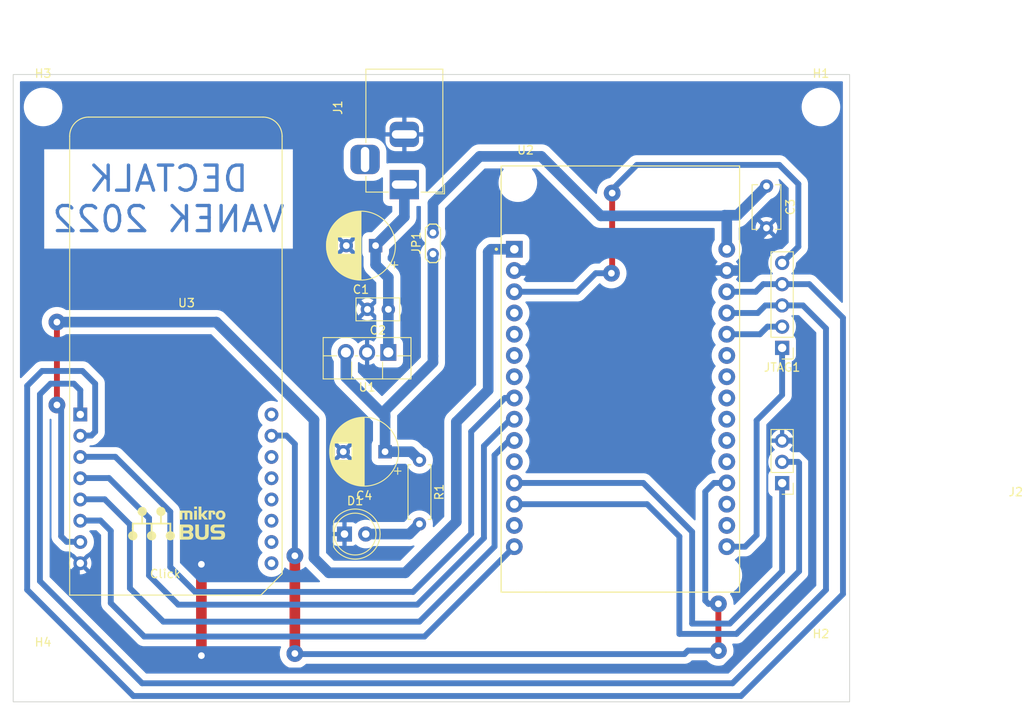
<source format=kicad_pcb>
(kicad_pcb (version 20211014) (generator pcbnew)
  (layers (0 "F.Cu" signal) (31 "B.Cu" signal) (34 "B.Paste" user) (35 "F.Paste" user) (36 "B.SilkS" user "B.Silkscreen") (37 "F.SilkS" user "F.Silkscreen") (38 "B.Mask" user) (39 "F.Mask" user) (44 "Edge.Cuts" user))
  (net 0 "")
  (net 1 "Net-(C1-Pad1)")
  (net 2 "GND")
  (net 3 "Net-(J2-Pad1)")
  (net 4 "Net-(J2-Pad2)")
  (net 5 "+3V3")
  (net 10 "CS")
  (net 11 "SCK")
  (net 12 "SDO")
  (net 15 "SDI")
  (net 16 "Net-(U2-Pad26)")
  (net 19 "RDY")
  (net 26 "MUT")
  (net 27 "RST")
  (net 28 "+5V")
  (net 37 "Net-(U2-Pad16)")
  (net 38 "Net-(JTAG1-Pad5)")
  (net 39 "Net-(D1-Pad2)")
  (net 40 "Net-(C4-Pad1)")
  (footprint "MountingHole:MountingHole_3mm" (layer "F.Cu") (at 50.6 110)
    (fp_text reference "H4" (at 0 -4) (layer "F.SilkS"))
    (fp_text value "MountingHole")
    (pad "" np_thru_hole circle (at 0 0) (size 3 3) (drill 3) (layers *.Cu *.Mask))
  )
  (footprint "MountingHole:MountingHole_3mm" (layer "F.Cu") (at 50.6 42)
    (fp_text reference "H3" (at 0 -4) (layer "F.SilkS"))
    (fp_text value "MountingHole")
    (pad "" np_thru_hole circle (at 0 0) (size 3 3) (drill 3) (layers *.Cu *.Mask))
  )
  (footprint "Connector_BarrelJack:BarrelJack_Horizontal" (layer "F.Cu") (at 93.7955 51.279651 -90)
    (fp_text reference "J1" (at -9.201651 7.9455 90) (layer "F.SilkS"))
    (fp_text value "Barrel_Jack")
    (pad "1" thru_hole rect (at 0 0 270) (size 3.5 3.5) (drill oval 1 3) (layers *.Cu *.Mask) (net 1 "Net-(C1-Pad1)"))
    (pad "2" thru_hole roundrect (at -6 0 270) (size 3 3.5) (drill oval 1 3) (layers *.Cu *.Mask) (net 2 "GND"))
    (pad "3" thru_hole roundrect (at -3 4.7 270) (size 3.5 3.5) (drill oval 3 1) (layers *.Cu *.Mask))
  )
  (footprint "Capacitor_THT:CP_Radial_D8.0mm_P3.50mm" (layer "F.Cu") (at 90.356 58.578 180)
    (fp_text reference "C1" (at 1.75 -5.25) (layer "F.SilkS"))
    (fp_text value "1uF")
    (pad "1" thru_hole rect (at 0 0 180) (size 1.6 1.6) (drill 0.8) (layers *.Cu *.Mask) (net 1 "Net-(C1-Pad1)"))
    (pad "2" thru_hole circle (at 3.5 0 180) (size 1.6 1.6) (drill 0.8) (layers *.Cu *.Mask) (net 2 "GND"))
  )
  (footprint "Connector_PinHeader_2.54mm:PinHeader_1x05_P2.54mm_Vertical" (layer "F.Cu") (at 138.9605 70.808 180)
    (fp_text reference "JTAG1" (at 0 -2.33) (layer "F.SilkS"))
    (fp_text value "Conn_01x05_Male")
    (pad "1" thru_hole rect (at 0 0 180) (size 1.7 1.7) (drill 1) (layers *.Cu *.Mask) (net 37 "Net-(U2-Pad16)"))
    (pad "2" thru_hole oval (at 0 2.54 180) (size 1.7 1.7) (drill 1) (layers *.Cu *.Mask) (net 16 "Net-(U2-Pad26)"))
    (pad "3" thru_hole oval (at 0 5.08 180) (size 1.7 1.7) (drill 1) (layers *.Cu *.Mask) (net 26 "MUT"))
    (pad "4" thru_hole oval (at 0 7.62 180) (size 1.7 1.7) (drill 1) (layers *.Cu *.Mask) (net 27 "RST"))
    (pad "5" thru_hole oval (at 0 10.16 180) (size 1.7 1.7) (drill 1) (layers *.Cu *.Mask) (net 38 "Net-(JTAG1-Pad5)"))
  )
  (footprint "Resistor_THT:R_Axial_DIN0207_L6.3mm_D2.5mm_P7.62mm_Horizontal" (layer "F.Cu") (at 95.6 84.232 -90)
    (fp_text reference "R1" (at 3.81 -2.37 90) (layer "F.SilkS"))
    (fp_text value "330")
    (pad "1" thru_hole circle (at 0 0 270) (size 1.6 1.6) (drill 0.8) (layers *.Cu *.Mask) (net 40 "Net-(C4-Pad1)"))
    (pad "2" thru_hole oval (at 7.62 0 270) (size 1.6 1.6) (drill 0.8) (layers *.Cu *.Mask) (net 39 "Net-(D1-Pad2)"))
  )
  (footprint "Capacitor_THT:CP_Radial_D8.0mm_P5.00mm" (layer "F.Cu") (at 91.488651 83.216 180)
    (fp_text reference "C4" (at 2.5 -5.25) (layer "F.SilkS"))
    (fp_text value "10uF")
    (pad "1" thru_hole rect (at 0 0 180) (size 1.6 1.6) (drill 0.8) (layers *.Cu *.Mask) (net 40 "Net-(C4-Pad1)"))
    (pad "2" thru_hole circle (at 5 0 180) (size 1.6 1.6) (drill 0.8) (layers *.Cu *.Mask) (net 2 "GND"))
  )
  (footprint "Capacitor_THT:C_Disc_D5.0mm_W2.5mm_P2.50mm" (layer "F.Cu") (at 91.88 66.198 180)
    (fp_text reference "C2" (at 1.25 -2.5) (layer "F.SilkS"))
    (fp_text value "100nF")
    (pad "1" thru_hole circle (at 0 0 180) (size 1.6 1.6) (drill 0.8) (layers *.Cu *.Mask) (net 1 "Net-(C1-Pad1)"))
    (pad "2" thru_hole circle (at 2.5 0 180) (size 1.6 1.6) (drill 0.8) (layers *.Cu *.Mask) (net 2 "GND"))
  )
  (footprint "LED_THT:LED_D5.0mm_IRGrey" (layer "F.Cu") (at 86.6375 93.063)
    (fp_text reference "D1" (at 1.27 -3.96) (layer "F.SilkS"))
    (fp_text value "LED")
    (pad "1" thru_hole rect (at 0 0) (size 1.8 1.8) (drill 0.9) (layers *.Cu *.Mask) (net 2 "GND"))
    (pad "2" thru_hole circle (at 2.54 0) (size 1.8 1.8) (drill 0.9) (layers *.Cu *.Mask) (net 39 "Net-(D1-Pad2)"))
  )
  (footprint "Capacitor_THT:C_Disc_D5.1mm_W3.2mm_P5.00mm" (layer "F.Cu") (at 137.092 51.466 -90)
    (fp_text reference "C3" (at 2.5 -2.85 90) (layer "F.SilkS"))
    (fp_text value "100nF")
    (pad "1" thru_hole circle (at 0 0 270) (size 1.6 1.6) (drill 0.8) (layers *.Cu *.Mask) (net 28 "+5V"))
    (pad "2" thru_hole circle (at 5 0 270) (size 1.6 1.6) (drill 0.8) (layers *.Cu *.Mask) (net 2 "GND"))
  )
  (footprint "Connector_PinHeader_2.54mm:PinHeader_1x03_P2.54mm_Vertical" (layer "F.Cu") (at 138.9605 86.973 180)
    (fp_text reference "J2" (at -27.94 -1.06) (layer "F.SilkS"))
    (fp_text value "Conn_01x03_Female")
    (pad "1" thru_hole rect (at 0 0 180) (size 1.7 1.7) (drill 1) (layers *.Cu *.Mask) (net 3 "Net-(J2-Pad1)"))
    (pad "2" thru_hole oval (at 0 2.54 180) (size 1.7 1.7) (drill 1) (layers *.Cu *.Mask) (net 4 "Net-(J2-Pad2)"))
    (pad "3" thru_hole oval (at 0 5.08 180) (size 1.7 1.7) (drill 1) (layers *.Cu *.Mask) (net 2 "GND"))
  )
  (footprint "Package_TO_SOT_THT:TO-220F-3_Vertical" (layer "F.Cu") (at 91.88 71.345 180)
    (fp_text reference "U1" (at 2.54 -4.1675) (layer "F.SilkS"))
    (fp_text value "L7805")
    (pad "1" thru_hole rect (at 0 0 180) (size 1.905 2) (drill 1.2) (layers *.Cu *.Mask) (net 1 "Net-(C1-Pad1)"))
    (pad "2" thru_hole oval (at 2.54 0 180) (size 1.905 2) (drill 1.2) (layers *.Cu *.Mask) (net 2 "GND"))
    (pad "3" thru_hole oval (at 5.08 0 180) (size 1.905 2) (drill 1.2) (layers *.Cu *.Mask) (net 40 "Net-(C4-Pad1)"))
  )
  (footprint "Library:MODULE_ESP32_DEVKIT_V1" (layer "F.Cu") (at 119.6425 74.528)
    (fp_text reference "U2" (at -11.355 -27.36) (layer "F.SilkS"))
    (fp_text value "ESP32-DEVKIT-V1")
    (pad "" np_thru_hole circle (at -12.28 23.475) (size 3 3) (drill 3) (layers *.Cu *.Mask))
    (pad "" np_thru_hole circle (at 12.23 -23.475) (size 3 3) (drill 3) (layers *.Cu *.Mask))
    (pad "" np_thru_hole circle (at 12.23 23.475) (size 3 3) (drill 3) (layers *.Cu *.Mask))
    (pad "" np_thru_hole circle (at -12.28 -23.475) (size 3 3) (drill 3) (layers *.Cu *.Mask))
    (pad "1" thru_hole rect (at -12.7 -15.515) (size 2 2) (drill 1.02) (layers *.Cu *.Mask) (net 5 "+3V3"))
    (pad "2" thru_hole circle (at -12.7 -12.975) (size 2 2) (drill 1.02) (layers *.Cu *.Mask) (net 2 "GND"))
    (pad "3" thru_hole circle (at -12.7 -10.435) (size 2 2) (drill 1.02) (layers *.Cu *.Mask) (net 38 "Net-(JTAG1-Pad5)"))
    (pad "4" thru_hole circle (at -12.7 -7.895) (size 2 2) (drill 1.02) (layers *.Cu *.Mask))
    (pad "5" thru_hole circle (at -12.7 -5.355) (size 2 2) (drill 1.02) (layers *.Cu *.Mask))
    (pad "6" thru_hole circle (at -12.7 -2.815) (size 2 2) (drill 1.02) (layers *.Cu *.Mask))
    (pad "7" thru_hole circle (at -12.7 -0.275) (size 2 2) (drill 1.02) (layers *.Cu *.Mask))
    (pad "8" thru_hole circle (at -12.7 2.265) (size 2 2) (drill 1.02) (layers *.Cu *.Mask) (net 10 "CS"))
    (pad "9" thru_hole circle (at -12.7 4.805) (size 2 2) (drill 1.02) (layers *.Cu *.Mask) (net 11 "SCK"))
    (pad "10" thru_hole circle (at -12.7 7.345) (size 2 2) (drill 1.02) (layers *.Cu *.Mask) (net 12 "SDO"))
    (pad "11" thru_hole circle (at -12.7 9.885) (size 2 2) (drill 1.02) (layers *.Cu *.Mask))
    (pad "12" thru_hole circle (at -12.7 12.425) (size 2 2) (drill 1.02) (layers *.Cu *.Mask) (net 3 "Net-(J2-Pad1)"))
    (pad "13" thru_hole circle (at -12.7 14.965) (size 2 2) (drill 1.02) (layers *.Cu *.Mask) (net 4 "Net-(J2-Pad2)"))
    (pad "14" thru_hole circle (at -12.7 17.505) (size 2 2) (drill 1.02) (layers *.Cu *.Mask))
    (pad "15" thru_hole circle (at -12.7 20.045) (size 2 2) (drill 1.02) (layers *.Cu *.Mask) (net 15 "SDI"))
    (pad "16" thru_hole circle (at 12.7 20.045) (size 2 2) (drill 1.02) (layers *.Cu *.Mask) (net 37 "Net-(U2-Pad16)"))
    (pad "17" thru_hole circle (at 12.7 17.505) (size 2 2) (drill 1.02) (layers *.Cu *.Mask))
    (pad "18" thru_hole circle (at 12.7 14.965) (size 2 2) (drill 1.02) (layers *.Cu *.Mask))
    (pad "19" thru_hole circle (at 12.7 12.425) (size 2 2) (drill 1.02) (layers *.Cu *.Mask) (net 19 "RDY"))
    (pad "20" thru_hole circle (at 12.7 9.885) (size 2 2) (drill 1.02) (layers *.Cu *.Mask))
    (pad "21" thru_hole circle (at 12.7 7.345) (size 2 2) (drill 1.02) (layers *.Cu *.Mask))
    (pad "22" thru_hole circle (at 12.7 4.805) (size 2 2) (drill 1.02) (layers *.Cu *.Mask))
    (pad "23" thru_hole circle (at 12.7 2.265) (size 2 2) (drill 1.02) (layers *.Cu *.Mask))
    (pad "24" thru_hole circle (at 12.7 -0.275) (size 2 2) (drill 1.02) (layers *.Cu *.Mask))
    (pad "25" thru_hole circle (at 12.7 -2.815) (size 2 2) (drill 1.02) (layers *.Cu *.Mask))
    (pad "26" thru_hole circle (at 12.7 -5.355) (size 2 2) (drill 1.02) (layers *.Cu *.Mask) (net 16 "Net-(U2-Pad26)"))
    (pad "27" thru_hole circle (at 12.7 -7.895) (size 2 2) (drill 1.02) (layers *.Cu *.Mask) (net 26 "MUT"))
    (pad "28" thru_hole circle (at 12.7 -10.435) (size 2 2) (drill 1.02) (layers *.Cu *.Mask) (net 27 "RST"))
    (pad "29" thru_hole circle (at 12.7 -12.975) (size 2 2) (drill 1.02) (layers *.Cu *.Mask) (net 2 "GND"))
    (pad "30" thru_hole circle (at 12.7 -15.515) (size 2 2) (drill 1.02) (layers *.Cu *.Mask) (net 28 "+5V"))
    (zone (net 0) (net_name "") (layer "B.Cu") (connect_pads (clearance 0)) (min_thickness 0.01)
      (keepout (tracks not_allowed) (vias not_allowed) (pads not_allowed) (copperpour not_allowed) (footprints allowed))
      (fill (thermal_gap 0.508) (thermal_bridge_width 0.508))
      (polygon (pts (xy 114.9325 93.513) (xy 124.5225 93.513) (xy 124.5225 100.003) (xy 114.9325 100.003)))
    )
  )
  (footprint "MountingHole:MountingHole_3mm" (layer "F.Cu") (at 143.6 42)
    (fp_text reference "H1" (at 0 -4) (layer "F.SilkS"))
    (fp_text value "MountingHole")
    (pad "" np_thru_hole circle (at 0 0) (size 3 3) (drill 3) (layers *.Cu *.Mask))
  )
  (footprint "MountingHole:MountingHole_3mm" (layer "F.Cu") (at 143.6 109)
    (fp_text reference "H2" (at 0 -4) (layer "F.SilkS"))
    (fp_text value "MountingHole")
    (pad "" np_thru_hole circle (at 0 0) (size 3 3) (drill 3) (layers *.Cu *.Mask))
  )
  (footprint "Library:MIKROE-2253" (layer "F.Cu") (at 55.05 96.551)
    (fp_text reference "U3" (at 12.7 -31.115) (layer "F.SilkS"))
    (fp_text value "MIKROE-2253")
    (fp_text user "Click" (at 10.16 1.27) (layer "F.SilkS"))
    (pad "1" thru_hole rect (at 0 -17.78) (size 1.651 1.651) (drill 0.889) (layers *.Cu *.Mask) (net 26 "MUT"))
    (pad "2" thru_hole circle (at 0 -15.24) (size 1.651 1.651) (drill 0.889) (layers *.Cu *.Mask) (net 27 "RST"))
    (pad "3" thru_hole circle (at 0 -12.7) (size 1.651 1.651) (drill 0.889) (layers *.Cu *.Mask) (net 10 "CS"))
    (pad "4" thru_hole circle (at 0 -10.16) (size 1.651 1.651) (drill 0.889) (layers *.Cu *.Mask) (net 11 "SCK"))
    (pad "5" thru_hole circle (at 0 -7.62) (size 1.651 1.651) (drill 0.889) (layers *.Cu *.Mask) (net 12 "SDO"))
    (pad "6" thru_hole circle (at 0 -5.08) (size 1.651 1.651) (drill 0.889) (layers *.Cu *.Mask) (net 15 "SDI"))
    (pad "7" thru_hole circle (at 0 -2.54) (size 1.651 1.651) (drill 0.889) (layers *.Cu *.Mask) (net 5 "+3V3"))
    (pad "8" thru_hole circle (at 0 0) (size 1.651 1.651) (drill 0.889) (layers *.Cu *.Mask) (net 2 "GND"))
    (pad "9" thru_hole circle (at 22.86 0) (size 1.651 1.651) (drill 0.889) (layers *.Cu *.Mask))
    (pad "10" thru_hole circle (at 22.86 -2.54) (size 1.651 1.651) (drill 0.889) (layers *.Cu *.Mask))
    (pad "11" thru_hole circle (at 22.86 -5.08) (size 1.651 1.651) (drill 0.889) (layers *.Cu *.Mask))
    (pad "12" thru_hole circle (at 22.86 -7.62) (size 1.651 1.651) (drill 0.889) (layers *.Cu *.Mask))
    (pad "13" thru_hole circle (at 22.86 -10.16) (size 1.651 1.651) (drill 0.889) (layers *.Cu *.Mask))
    (pad "14" thru_hole circle (at 22.86 -12.7) (size 1.651 1.651) (drill 0.889) (layers *.Cu *.Mask))
    (pad "15" thru_hole circle (at 22.86 -15.24) (size 1.651 1.651) (drill 0.889) (layers *.Cu *.Mask) (net 19 "RDY"))
    (pad "16" thru_hole circle (at 22.86 -17.78) (size 1.651 1.651) (drill 0.889) (layers *.Cu *.Mask))
  )
  (footprint "TestPoint:TestPoint_2Pads_Pitch2.54mm_Drill0.8mm" (layer "F.Cu") (at 97.214 59.574 90)
    (fp_text reference "JP1" (at 1.3 -2 90) (layer "F.SilkS"))
    (fp_text value "power_set")
    (pad "1" thru_hole circle (at 0 0 90) (size 1.4 1.4) (drill 0.8) (layers *.Cu *.Mask) (net 40 "Net-(C4-Pad1)"))
    (pad "2" thru_hole circle (at 2.54 0 90) (size 1.4 1.4) (drill 0.8) (layers *.Cu *.Mask) (net 28 "+5V"))
  )
  (gr_rect (start 47.03 38.12) (end 147.03 113.12) (layer "Edge.Cuts") (width 0.1) (fill none))
  (gr_text "DECTALK\nVANEK 2022" (at 65.6 53) (layer "B.Cu") (effects (font (size 3 3) (thickness 0.4)) (justify mirror)))
  (segment (start 91.88 66.198) (end 91.88 71.345) (width 1.27) (layer "B.Cu") (net 1))
  (segment (start 93.7955 51.279651) (end 93.7955 55.1385) (width 1.27) (layer "B.Cu") (net 1))
  (segment (start 90.356 58.578) (end 90.356 60.864) (width 1.27) (layer "B.Cu") (net 1))
  (segment (start 93.7955 55.1385) (end 90.356 58.578) (width 1.27) (layer "B.Cu") (net 1))
  (segment (start 90.356 60.864) (end 91.88 62.388) (width 1.27) (layer "B.Cu") (net 1))
  (segment (start 91.88 62.388) (end 91.88 66.198) (width 1.27) (layer "B.Cu") (net 1))
  (segment (start 69.528 96.678) (end 69.528 107.6) (width 1.27) (layer "F.Cu") (net 2))
  (via (at 69.528 107.6) (size 2) (drill 0.8) (layers "F.Cu" "B.Cu") (net 2))
  (via (at 69.528 96.678) (size 2) (drill 0.8) (layers "F.Cu" "B.Cu") (net 2))
  (segment (start 134.117 61.553) (end 135.822 59.848) (width 1.27) (layer "B.Cu") (net 2))
  (segment (start 132.3425 61.553) (end 129.291 61.553) (width 1.27) (layer "B.Cu") (net 2))
  (segment (start 106.9425 61.553) (end 110.241 61.553) (width 1.27) (layer "B.Cu") (net 2))
  (segment (start 135.822 57.776) (end 136.838 56.76) (width 1.27) (layer "B.Cu") (net 2))
  (segment (start 132.3425 61.553) (end 134.117 61.553) (width 1.27) (layer "B.Cu") (net 2))
  (segment (start 63.686 109.378) (end 131.758 109.378) (width 0.702) (layer "B.Cu") (net 2))
  (segment (start 142.426 98.71) (end 142.426 84.156419) (width 0.702) (layer "B.Cu") (net 2))
  (segment (start 135.822 59.848) (end 135.822 57.776) (width 1.27) (layer "B.Cu") (net 2))
  (segment (start 54.6425 96.528) (end 54.6425 100.3345) (width 0.702) (layer "B.Cu") (net 2))
  (segment (start 54.6425 100.3345) (end 63.686 109.378) (width 0.702) (layer "B.Cu") (net 2))
  (segment (start 140.162581 81.893) (end 138.9605 81.893) (width 0.702) (layer "B.Cu") (net 2))
  (segment (start 142.426 84.156419) (end 140.162581 81.893) (width 0.702) (layer "B.Cu") (net 2))
  (segment (start 131.758 109.378) (end 142.426 98.71) (width 0.702) (layer "B.Cu") (net 2))
  (segment (start 132.70002 103.76848) (end 138.9605 97.508) (width 0.702) (layer "B.Cu") (net 3))
  (segment (start 128.202 92.796082) (end 122.358918 86.953) (width 0.702) (layer "B.Cu") (net 3))
  (segment (start 122.358918 86.953) (end 106.9425 86.953) (width 0.702) (layer "B.Cu") (net 3))
  (segment (start 128.202 103.76848) (end 128.202 92.796082) (width 0.702) (layer "B.Cu") (net 3))
  (segment (start 128.202 103.76848) (end 132.70002 103.76848) (width 0.702) (layer "B.Cu") (net 3))
  (segment (start 138.9605 86.973) (end 138.9605 97.508) (width 0.702) (layer "B.Cu") (net 3))
  (segment (start 140.8715 84.433) (end 139.3725 84.433) (width 0.702) (layer "B.Cu") (net 4))
  (segment (start 140.9925 84.554) (end 140.8715 84.433) (width 0.702) (layer "B.Cu") (net 4))
  (segment (start 140.9925 97.508) (end 140.9925 84.554) (width 0.702) (layer "B.Cu") (net 4))
  (segment (start 126.678 93.3535) (end 126.678 105) (width 0.702) (layer "B.Cu") (net 4))
  (segment (start 133.5005 105) (end 140.9925 97.508) (width 0.702) (layer "B.Cu") (net 4))
  (segment (start 126.678 105) (end 133.5005 105) (width 0.702) (layer "B.Cu") (net 4))
  (segment (start 106.9425 89.493) (end 122.8175 89.493) (width 0.702) (layer "B.Cu") (net 4))
  (segment (start 122.8175 89.493) (end 126.678 93.3535) (width 0.702) (layer "B.Cu") (net 4))
  (segment (start 52.256 77.628) (end 52.256 67.722) (width 0.702) (layer "F.Cu") (net 5))
  (via (at 52.256 77.628) (size 2) (drill 0.8) (layers "F.Cu" "B.Cu") (net 5))
  (via (at 52.256 67.722) (size 2) (drill 0.8) (layers "F.Cu" "B.Cu") (net 5))
  (segment (start 82.99 95.916) (end 84.768 97.694) (width 1.27) (layer "B.Cu") (net 5))
  (segment (start 52.764 78.136) (end 52.256 77.628) (width 0.702) (layer "B.Cu") (net 5))
  (segment (start 71.306 67.722) (end 82.99 79.406) (width 1.27) (layer "B.Cu") (net 5))
  (segment (start 103.818 59.34) (end 104.145 59.013) (width 1.27) (layer "B.Cu") (net 5))
  (segment (start 93.912 97.694) (end 100.008 91.598) (width 1.27) (layer "B.Cu") (net 5))
  (segment (start 104.145 59.013) (end 106.9425 59.013) (width 1.27) (layer "B.Cu") (net 5))
  (segment (start 103.818 75.85) (end 103.818 59.34) (width 1.27) (layer "B.Cu") (net 5))
  (segment (start 53.422 93.988) (end 52.764 93.33) (width 0.702) (layer "B.Cu") (net 5))
  (segment (start 100.008 91.598) (end 100.008 79.66) (width 1.27) (layer "B.Cu") (net 5))
  (segment (start 52.764 93.33) (end 52.764 78.136) (width 0.702) (layer "B.Cu") (net 5))
  (segment (start 54.6425 93.988) (end 53.422 93.988) (width 0.702) (layer "B.Cu") (net 5))
  (segment (start 82.99 79.406) (end 82.99 95.916) (width 1.27) (layer "B.Cu") (net 5))
  (segment (start 100.008 79.66) (end 103.818 75.85) (width 1.27) (layer "B.Cu") (net 5))
  (segment (start 84.768 97.694) (end 93.912 97.694) (width 1.27) (layer "B.Cu") (net 5))
  (segment (start 52.256 67.722) (end 71.306 67.722) (width 1.27) (layer "B.Cu") (net 5))
  (segment (start 94.8325 99.98) (end 68.7885 99.98) (width 0.702) (layer "B.Cu") (net 10))
  (segment (start 105.807 76.793) (end 101.786 80.814) (width 0.702) (layer "B.Cu") (net 10))
  (segment (start 65.8085 90.396) (end 59.2405 83.828) (width 0.702) (layer "B.Cu") (net 10))
  (segment (start 68.7885 99.98) (end 65.8085 97) (width 0.702) (layer "B.Cu") (net 10))
  (segment (start 59.2405 83.828) (end 54.6425 83.828) (width 0.702) (layer "B.Cu") (net 10))
  (segment (start 106.9425 76.793) (end 105.807 76.793) (width 0.702) (layer "B.Cu") (net 10))
  (segment (start 101.786 80.814) (end 101.786 93.0265) (width 0.702) (layer "B.Cu") (net 10))
  (segment (start 65.8085 97) (end 65.8085 90.396) (width 0.702) (layer "B.Cu") (net 10))
  (segment (start 101.786 93.0265) (end 94.8325 99.98) (width 0.702) (layer "B.Cu") (net 10))
  (segment (start 54.6425 86.368) (end 58.4785 86.368) (width 0.702) (layer "B.Cu") (net 11))
  (segment (start 103.31 82.53325) (end 106.51025 79.333) (width 0.702) (layer "B.Cu") (net 11))
  (segment (start 106.51025 79.333) (end 106.9425 79.333) (width 0.702) (layer "B.Cu") (net 11))
  (segment (start 66.7565 101.504) (end 95.3405 101.504) (width 0.702) (layer "B.Cu") (net 11))
  (segment (start 103.31 93.5345) (end 103.31 82.53325) (width 0.702) (layer "B.Cu") (net 11))
  (segment (start 95.3405 101.504) (end 103.31 93.5345) (width 0.702) (layer "B.Cu") (net 11))
  (segment (start 63.2685 91.158) (end 63.2685 98.016) (width 0.702) (layer "B.Cu") (net 11))
  (segment (start 58.4785 86.368) (end 63.2685 91.158) (width 0.702) (layer "B.Cu") (net 11))
  (segment (start 63.2685 98.016) (end 66.7565 101.504) (width 0.702) (layer "B.Cu") (net 11))
  (segment (start 106.3355 81.873) (end 106.9425 81.873) (width 0.702) (layer "B.Cu") (net 12))
  (segment (start 104.58 94.5505) (end 104.58 83.6285) (width 0.702) (layer "B.Cu") (net 12))
  (segment (start 60.9825 91.92) (end 60.9825 99.54) (width 0.702) (layer "B.Cu") (net 12))
  (segment (start 60.9825 99.54) (end 64.9785 103.536) (width 0.702) (layer "B.Cu") (net 12))
  (segment (start 95.5945 103.536) (end 104.58 94.5505) (width 0.702) (layer "B.Cu") (net 12))
  (segment (start 104.58 83.6285) (end 106.3355 81.873) (width 0.702) (layer "B.Cu") (net 12))
  (segment (start 54.6425 88.908) (end 57.9705 88.908) (width 0.702) (layer "B.Cu") (net 12))
  (segment (start 57.9705 88.908) (end 60.9825 91.92) (width 0.702) (layer "B.Cu") (net 12))
  (segment (start 64.9785 103.536) (end 95.5945 103.536) (width 0.702) (layer "B.Cu") (net 12))
  (segment (start 54.6425 91.448) (end 57.4625 91.448) (width 0.702) (layer "B.Cu") (net 15))
  (segment (start 62.6925 105.314) (end 96.2015 105.314) (width 0.702) (layer "B.Cu") (net 15))
  (segment (start 96.2015 105.314) (end 106.9425 94.573) (width 0.702) (layer "B.Cu") (net 15))
  (segment (start 58.6965 101.318) (end 62.6925 105.314) (width 0.702) (layer "B.Cu") (net 15))
  (segment (start 57.4625 91.448) (end 58.6965 92.682) (width 0.702) (layer "B.Cu") (net 15))
  (segment (start 58.6965 92.682) (end 58.6965 101.318) (width 0.702) (layer "B.Cu") (net 15))
  (segment (start 138.9605 68.268) (end 137.2125 68.268) (width 0.702) (layer "B.Cu") (net 16))
  (segment (start 136.3075 69.173) (end 132.3425 69.173) (width 0.702) (layer "B.Cu") (net 16))
  (segment (start 137.2125 68.268) (end 136.3075 69.173) (width 0.702) (layer "B.Cu") (net 16))
  (segment (start 131.3405 101.40598) (end 131.3405 107) (width 0.702) (layer "F.Cu") (net 19))
  (segment (start 80.704 95.662) (end 80.704 107.3235) (width 1.27) (layer "F.Cu") (net 19))
  (via (at 131.3405 101.40598) (size 2) (drill 0.8) (layers "F.Cu" "B.Cu") (net 19))
  (via (at 80.704 107.346) (size 2) (drill 0.8) (layers "F.Cu" "B.Cu") (net 19))
  (via (at 80.704 95.662) (size 2) (drill 0.8) (layers "F.Cu" "B.Cu") (net 19))
  (via (at 131.3405 107) (size 2) (drill 0.8) (layers "F.Cu" "B.Cu") (net 19))
  (segment (start 127.2765 107.414) (end 80.7945 107.414) (width 0.702) (layer "B.Cu") (net 19))
  (segment (start 77.5025 81.288) (end 79.688 81.288) (width 0.702) (layer "B.Cu") (net 19))
  (segment (start 80.704 82.304) (end 80.704 95.662) (width 0.702) (layer "B.Cu") (net 19))
  (segment (start 131.3405 107) (end 127.6905 107) (width 0.702) (layer "B.Cu") (net 19))
  (segment (start 79.688 81.288) (end 80.704 82.304) (width 0.702) (layer "B.Cu") (net 19))
  (segment (start 131.3405 101.40598) (end 130.15848 101.40598) (width 0.702) (layer "B.Cu") (net 19))
  (segment (start 129.771979 88) (end 130.818979 86.953) (width 0.702) (layer "B.Cu") (net 19))
  (segment (start 129.771979 101.019479) (end 129.771979 88) (width 0.702) (layer "B.Cu") (net 19))
  (segment (start 130.15848 101.40598) (end 129.771979 101.019479) (width 0.702) (layer "B.Cu") (net 19))
  (segment (start 130.818979 86.953) (end 132.3425 86.953) (width 0.702) (layer "B.Cu") (net 19))
  (segment (start 127.6905 107) (end 127.2765 107.414) (width 0.702) (layer "B.Cu") (net 19))
  (segment (start 144.204 99.726) (end 144.204 68.484) (width 0.702) (layer "B.Cu") (net 26))
  (segment (start 50.224 98.6875) (end 62.4385 110.902) (width 0.702) (layer "B.Cu") (net 26))
  (segment (start 62.4385 110.902) (end 133.028 110.902) (width 0.702) (layer "B.Cu") (net 26))
  (segment (start 55.05 78.771) (end 55.05 75.85) (width 0.702) (layer "B.Cu") (net 26))
  (segment (start 136.0535 66.633) (end 136.9585 65.728) (width 0.702) (layer "B.Cu") (net 26))
  (segment (start 132.3425 66.633) (end 136.0535 66.633) (width 0.702) (layer "B.Cu") (net 26))
  (segment (start 54.288 75.088) (end 51.494 75.088) (width 0.702) (layer "B.Cu") (net 26))
  (segment (start 144.204 68.484) (end 141.448 65.728) (width 0.702) (layer "B.Cu") (net 26))
  (segment (start 50.224 76.358) (end 50.224 98.6875) (width 0.702) (layer "B.Cu") (net 26))
  (segment (start 133.028 110.902) (end 144.204 99.726) (width 0.702) (layer "B.Cu") (net 26))
  (segment (start 136.9585 65.728) (end 138.9605 65.728) (width 0.702) (layer "B.Cu") (net 26))
  (segment (start 51.494 75.088) (end 50.224 76.358) (width 0.702) (layer "B.Cu") (net 26))
  (segment (start 141.448 65.728) (end 138.9605 65.728) (width 0.702) (layer "B.Cu") (net 26))
  (segment (start 55.05 75.85) (end 54.288 75.088) (width 0.702) (layer "B.Cu") (net 26))
  (segment (start 146.236 100.234) (end 146.236 67.214) (width 0.702) (layer "B.Cu") (net 27))
  (segment (start 50.478 73.564) (end 48.7 75.342) (width 0.702) (layer "B.Cu") (net 27))
  (segment (start 56.828 75.088) (end 55.304 73.564) (width 0.702) (layer "B.Cu") (net 27))
  (segment (start 134.044 112.426) (end 146.236 100.234) (width 0.702) (layer "B.Cu") (net 27))
  (segment (start 61.4 112.426) (end 134.044 112.426) (width 0.702) (layer "B.Cu") (net 27))
  (segment (start 138.9605 63.188) (end 136.7045 63.188) (width 0.702) (layer "B.Cu") (net 27))
  (segment (start 56.828 80.8345) (end 56.828 75.088) (width 0.702) (layer "B.Cu") (net 27))
  (segment (start 55.304 73.564) (end 50.478 73.564) (width 0.702) (layer "B.Cu") (net 27))
  (segment (start 146.236 67.214) (end 142.21 63.188) (width 0.702) (layer "B.Cu") (net 27))
  (segment (start 56.3745 81.288) (end 56.828 80.8345) (width 0.702) (layer "B.Cu") (net 27))
  (segment (start 135.7995 64.093) (end 132.3425 64.093) (width 0.702) (layer "B.Cu") (net 27))
  (segment (start 142.21 63.188) (end 138.9605 63.188) (width 0.702) (layer "B.Cu") (net 27))
  (segment (start 54.6425 81.288) (end 56.3745 81.288) (width 0.702) (layer "B.Cu") (net 27))
  (segment (start 48.7 99.726) (end 61.4 112.426) (width 0.702) (layer "B.Cu") (net 27))
  (segment (start 48.7 75.342) (end 48.7 99.726) (width 0.702) (layer "B.Cu") (net 27))
  (segment (start 136.7045 63.188) (end 135.7995 64.093) (width 0.702) (layer "B.Cu") (net 27))
  (segment (start 132.3425 55.1945) (end 132.091 54.943) (width 1.27) (layer "B.Cu") (net 28))
  (segment (start 132.3425 59.013) (end 132.3425 55.1945) (width 1.27) (layer "B.Cu") (net 28))
  (segment (start 97.214 53.498) (end 102.802 47.91) (width 1.27) (layer "B.Cu") (net 28))
  (segment (start 132.091 54.943) (end 133.615 54.943) (width 1.27) (layer "B.Cu") (net 28))
  (segment (start 102.802 47.91) (end 110.168 47.91) (width 1.27) (layer "B.Cu") (net 28))
  (segment (start 133.615 54.943) (end 137.092 51.466) (width 1.27) (layer "B.Cu") (net 28))
  (segment (start 117.28 55.022) (end 132.012 55.022) (width 1.27) (layer "B.Cu") (net 28))
  (segment (start 132.012 55.022) (end 132.091 54.943) (width 1.27) (layer "B.Cu") (net 28))
  (segment (start 110.168 47.91) (end 117.28 55.022) (width 1.27) (layer "B.Cu") (net 28))
  (segment (start 97.214 57.034) (end 97.214 53.498) (width 1.27) (layer "B.Cu") (net 28))
  (segment (start 134.5295 94.573) (end 132.3425 94.573) (width 0.702) (layer "B.Cu") (net 37))
  (segment (start 138.9605 70.808) (end 138.9605 76.426) (width 0.702) (layer "B.Cu") (net 37))
  (segment (start 135.9125 79.474) (end 135.9125 93.19) (width 0.702) (layer "B.Cu") (net 37))
  (segment (start 138.9605 76.426) (end 135.9125 79.474) (width 0.702) (layer "B.Cu") (net 37))
  (segment (start 135.9125 93.19) (end 134.5295 94.573) (width 0.702) (layer "B.Cu") (net 37))
  (segment (start 118.55 61.88) (end 118.6405 61.7895) (width 0.702) (layer "F.Cu") (net 38))
  (segment (start 118.6405 61.7895) (end 118.6405 52.296) (width 0.702) (layer "F.Cu") (net 38))
  (via (at 118.55 61.88) (size 2) (drill 0.8) (layers "F.Cu" "B.Cu") (net 38))
  (via (at 118.6405 52.296) (size 2) (drill 0.8) (layers "F.Cu" "B.Cu") (net 38))
  (segment (start 118.6405 52.296) (end 118.6405 51.8835) (width 0.702) (layer "B.Cu") (net 38))
  (segment (start 118.55 61.88) (end 116.6765 61.88) (width 0.702) (layer "B.Cu") (net 38))
  (segment (start 116.6765 61.88) (end 114.4635 64.093) (width 0.702) (layer "B.Cu") (net 38))
  (segment (start 138.616 48.926) (end 140.902 51.212) (width 0.702) (layer "B.Cu") (net 38))
  (segment (start 118.6405 51.8835) (end 121.598 48.926) (width 0.702) (layer "B.Cu") (net 38))
  (segment (start 114.4635 64.093) (end 106.9425 64.093) (width 0.702) (layer "B.Cu") (net 38))
  (segment (start 121.598 48.926) (end 138.616 48.926) (width 0.702) (layer "B.Cu") (net 38))
  (segment (start 140.902 51.212) (end 140.902 58.7065) (width 0.702) (layer "B.Cu") (net 38))
  (segment (start 140.902 58.7065) (end 138.9605 60.648) (width 0.702) (layer "B.Cu") (net 38))
  (segment (start 94.389 93.063) (end 95.6 91.852) (width 1.27) (layer "B.Cu") (net 39))
  (segment (start 89.1775 93.063) (end 94.389 93.063) (width 1.27) (layer "B.Cu") (net 39))
  (segment (start 86.8 74.326) (end 91.488651 79.014651) (width 1.27) (layer "B.Cu") (net 40))
  (segment (start 97.214 72.548) (end 97.214 71.786) (width 1.27) (layer "B.Cu") (net 40))
  (segment (start 86.8 71.345) (end 86.8 74.326) (width 1.27) (layer "B.Cu") (net 40))
  (segment (start 91.488651 83.216) (end 94.584 83.216) (width 1.27) (layer "B.Cu") (net 40))
  (segment (start 97.214 71.786) (end 97.214 59.594) (width 1.27) (layer "B.Cu") (net 40))
  (segment (start 91.488651 79.014651) (end 91.488651 78.273349) (width 1.27) (layer "B.Cu") (net 40))
  (segment (start 94.584 83.216) (end 95.6 84.232) (width 1.27) (layer "B.Cu") (net 40))
  (segment (start 91.488651 79.014651) (end 91.488651 83.216) (width 1.27) (layer "B.Cu") (net 40))
  (segment (start 91.488651 78.273349) (end 97.214 72.548) (width 1.27) (layer "B.Cu") (net 40))
  (zone (net 2) (net_name "GND") (layer "B.Cu") (connect_pads (clearance 0.806)) (min_thickness 0.204) (fill yes (thermal_gap 0.508) (thermal_bridge_width 0.508))
    (polygon (pts (xy 147.6 114) (xy 46.6 114) (xy 46.6 38) (xy 147.6 38)))
  )
)
</source>
